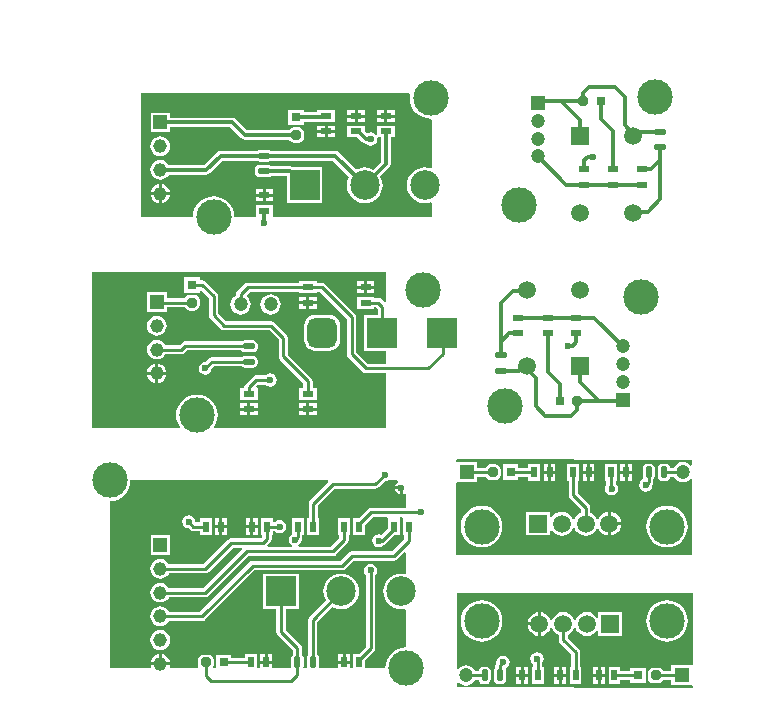
<source format=gtl>
G04*
G04 #@! TF.GenerationSoftware,Altium Limited,Altium Designer,20.1.8 (145)*
G04*
G04 Layer_Physical_Order=1*
G04 Layer_Color=255*
%FSLAX25Y25*%
%MOIN*%
G70*
G04*
G04 #@! TF.SameCoordinates,DC3DFF13-D98B-404C-8633-9541E25296ED*
G04*
G04*
G04 #@! TF.FilePolarity,Positive*
G04*
G01*
G75*
%ADD10R,0.01968X0.03740*%
%ADD11R,0.03150X0.03150*%
G04:AMPARAMS|DCode=12|XSize=31.5mil|YSize=31.5mil|CornerRadius=7.87mil|HoleSize=0mil|Usage=FLASHONLY|Rotation=180.000|XOffset=0mil|YOffset=0mil|HoleType=Round|Shape=RoundedRectangle|*
%AMROUNDEDRECTD12*
21,1,0.03150,0.01575,0,0,180.0*
21,1,0.01575,0.03150,0,0,180.0*
1,1,0.01575,-0.00787,0.00787*
1,1,0.01575,0.00787,0.00787*
1,1,0.01575,0.00787,-0.00787*
1,1,0.01575,-0.00787,-0.00787*
%
%ADD12ROUNDEDRECTD12*%
G04:AMPARAMS|DCode=13|XSize=19.68mil|YSize=37.4mil|CornerRadius=4.92mil|HoleSize=0mil|Usage=FLASHONLY|Rotation=180.000|XOffset=0mil|YOffset=0mil|HoleType=Round|Shape=RoundedRectangle|*
%AMROUNDEDRECTD13*
21,1,0.01968,0.02756,0,0,180.0*
21,1,0.00984,0.03740,0,0,180.0*
1,1,0.00984,-0.00492,0.01378*
1,1,0.00984,0.00492,0.01378*
1,1,0.00984,0.00492,-0.01378*
1,1,0.00984,-0.00492,-0.01378*
%
%ADD13ROUNDEDRECTD13*%
%ADD14C,0.01000*%
%ADD15R,0.03740X0.01968*%
G04:AMPARAMS|DCode=16|XSize=19.68mil|YSize=37.4mil|CornerRadius=4.92mil|HoleSize=0mil|Usage=FLASHONLY|Rotation=90.000|XOffset=0mil|YOffset=0mil|HoleType=Round|Shape=RoundedRectangle|*
%AMROUNDEDRECTD16*
21,1,0.01968,0.02756,0,0,90.0*
21,1,0.00984,0.03740,0,0,90.0*
1,1,0.00984,0.01378,0.00492*
1,1,0.00984,0.01378,-0.00492*
1,1,0.00984,-0.01378,-0.00492*
1,1,0.00984,-0.01378,0.00492*
%
%ADD16ROUNDEDRECTD16*%
G04:AMPARAMS|DCode=17|XSize=31.5mil|YSize=31.5mil|CornerRadius=7.87mil|HoleSize=0mil|Usage=FLASHONLY|Rotation=90.000|XOffset=0mil|YOffset=0mil|HoleType=Round|Shape=RoundedRectangle|*
%AMROUNDEDRECTD17*
21,1,0.03150,0.01575,0,0,90.0*
21,1,0.01575,0.03150,0,0,90.0*
1,1,0.01575,0.00787,0.00787*
1,1,0.01575,0.00787,-0.00787*
1,1,0.01575,-0.00787,-0.00787*
1,1,0.01575,-0.00787,0.00787*
%
%ADD17ROUNDEDRECTD17*%
%ADD18R,0.03150X0.03150*%
%ADD19C,0.01181*%
%ADD20R,0.01968X0.03543*%
%ADD21C,0.00122*%
%ADD22C,0.04724*%
%ADD23R,0.04724X0.04724*%
%ADD24C,0.05906*%
%ADD25R,0.05906X0.05906*%
%ADD26C,0.11811*%
%ADD27C,0.02362*%
%ADD28R,0.04528X0.04528*%
%ADD29C,0.04528*%
%ADD30R,0.09843X0.09843*%
%ADD31C,0.09843*%
%ADD32R,0.04724X0.04724*%
%ADD33R,0.05906X0.05906*%
G04:AMPARAMS|DCode=34|XSize=98.43mil|YSize=98.43mil|CornerRadius=24.61mil|HoleSize=0mil|Usage=FLASHONLY|Rotation=270.000|XOffset=0mil|YOffset=0mil|HoleType=Round|Shape=RoundedRectangle|*
%AMROUNDEDRECTD34*
21,1,0.09843,0.04921,0,0,270.0*
21,1,0.04921,0.09843,0,0,270.0*
1,1,0.04921,-0.02461,-0.02461*
1,1,0.04921,-0.02461,0.02461*
1,1,0.04921,0.02461,0.02461*
1,1,0.04921,0.02461,-0.02461*
%
%ADD34ROUNDEDRECTD34*%
G36*
X133650Y223516D02*
X133537Y222370D01*
X133671Y221016D01*
X134066Y219715D01*
X134707Y218515D01*
X135570Y217463D01*
X136621Y216601D01*
X137821Y215959D01*
X139123Y215564D01*
X140476Y215431D01*
X140574Y215441D01*
X140945Y215105D01*
Y199250D01*
X140445Y198889D01*
X139665Y199126D01*
X138504Y199240D01*
X137343Y199126D01*
X136227Y198787D01*
X135198Y198238D01*
X134297Y197498D01*
X133557Y196596D01*
X133007Y195567D01*
X132668Y194451D01*
X132554Y193290D01*
X132668Y192130D01*
X133007Y191013D01*
X133557Y189985D01*
X134297Y189083D01*
X135198Y188343D01*
X136227Y187793D01*
X137343Y187455D01*
X138504Y187340D01*
X139665Y187455D01*
X140445Y187691D01*
X140945Y187330D01*
Y182677D01*
X88334Y182677D01*
X87909Y183177D01*
Y186827D01*
X82169D01*
Y182858D01*
X81744Y182677D01*
X75049D01*
X75049Y182677D01*
X74916Y184031D01*
X74521Y185333D01*
X73880Y186532D01*
X73017Y187584D01*
X71965Y188447D01*
X70766Y189088D01*
X69464Y189483D01*
X68110Y189616D01*
X66756Y189483D01*
X65455Y189088D01*
X64255Y188447D01*
X63204Y187584D01*
X62341Y186532D01*
X61699Y185333D01*
X61305Y184031D01*
X61171Y182677D01*
X61171Y182677D01*
X44094D01*
Y224016D01*
X133303Y224016D01*
X133650Y223516D01*
D02*
G37*
G36*
X125571Y154464D02*
X125071Y154257D01*
X124113Y155215D01*
X123617Y155547D01*
X123031Y155663D01*
X121768D01*
Y156118D01*
X116027D01*
Y152150D01*
X121768D01*
Y152604D01*
X122398D01*
X122807Y152196D01*
Y150016D01*
X118415D01*
Y138173D01*
X125571D01*
Y133813D01*
X119531D01*
X115703Y137641D01*
Y149213D01*
X115586Y149798D01*
X115255Y150294D01*
X105215Y160333D01*
X104719Y160665D01*
X104134Y160781D01*
X102476D01*
Y161236D01*
X96736D01*
Y160781D01*
X79483D01*
X78898Y160665D01*
X78401Y160333D01*
X76084Y158016D01*
X75752Y157520D01*
X75636Y156934D01*
Y156549D01*
X75470Y156480D01*
X74767Y155941D01*
X74229Y155239D01*
X73890Y154421D01*
X73774Y153543D01*
X73890Y152666D01*
X74229Y151848D01*
X74767Y151145D01*
X75470Y150606D01*
X76288Y150268D01*
X77165Y150152D01*
X78043Y150268D01*
X78861Y150606D01*
X79563Y151145D01*
X80102Y151848D01*
X80441Y152666D01*
X80557Y153543D01*
X80441Y154421D01*
X80102Y155239D01*
X79563Y155941D01*
X79169Y156244D01*
X79136Y156743D01*
X80116Y157723D01*
X96736D01*
Y157268D01*
X102476D01*
Y157723D01*
X103500D01*
X112644Y148579D01*
Y137008D01*
X112760Y136423D01*
X113092Y135926D01*
X117816Y131202D01*
X118312Y130870D01*
X118898Y130754D01*
X125571D01*
Y112264D01*
X68543D01*
X68435Y112491D01*
X68361Y112764D01*
X68989Y113939D01*
X69384Y115241D01*
X69518Y116595D01*
X69384Y117948D01*
X68989Y119250D01*
X68348Y120450D01*
X67485Y121501D01*
X66434Y122364D01*
X65234Y123005D01*
X63932Y123400D01*
X62579Y123533D01*
X61225Y123400D01*
X59923Y123005D01*
X58724Y122364D01*
X57672Y121501D01*
X56809Y120450D01*
X56168Y119250D01*
X55773Y117948D01*
X55640Y116595D01*
X55773Y115241D01*
X56168Y113939D01*
X56796Y112764D01*
X56722Y112491D01*
X56615Y112264D01*
X27539D01*
Y164232D01*
X125571D01*
Y154464D01*
D02*
G37*
G36*
X227559Y101575D02*
Y100021D01*
X227059Y99851D01*
X226918Y100036D01*
X226215Y100575D01*
X225397Y100913D01*
X224520Y101029D01*
X223642Y100913D01*
X222824Y100575D01*
X222122Y100036D01*
X221583Y99333D01*
X221514Y99167D01*
X220290D01*
X220205Y99598D01*
X219875Y100092D01*
X219381Y100421D01*
X218799Y100537D01*
X217815D01*
X217233Y100421D01*
X216739Y100092D01*
X216409Y99598D01*
X216294Y99016D01*
Y96260D01*
X216409Y95678D01*
X216739Y95184D01*
X217233Y94854D01*
X217815Y94739D01*
X218799D01*
X219381Y94854D01*
X219875Y95184D01*
X220205Y95678D01*
X220290Y96108D01*
X221514D01*
X221583Y95942D01*
X222122Y95240D01*
X222824Y94701D01*
X223642Y94362D01*
X224520Y94247D01*
X225397Y94362D01*
X226215Y94701D01*
X226918Y95240D01*
X227059Y95424D01*
X227559Y95254D01*
Y70079D01*
X148819D01*
Y94190D01*
X149283Y94275D01*
X149319Y94276D01*
X156008D01*
Y96108D01*
X158779D01*
X159144Y95562D01*
X159736Y95167D01*
X160433Y95028D01*
X162008D01*
X162705Y95167D01*
X163296Y95562D01*
X163691Y96153D01*
X163830Y96850D01*
Y98425D01*
X163691Y99123D01*
X163296Y99714D01*
X162705Y100109D01*
X162008Y100248D01*
X160433D01*
X159736Y100109D01*
X159144Y99714D01*
X158779Y99167D01*
X156008D01*
Y101000D01*
X149319D01*
X149283Y101000D01*
X148819Y101085D01*
Y101614D01*
X149173Y101967D01*
X227559Y101575D01*
D02*
G37*
G36*
X129570Y94382D02*
X129136Y94092D01*
X128654Y93371D01*
X128584Y93020D01*
X130709D01*
Y92520D01*
X131209D01*
Y90395D01*
X131560Y90465D01*
X131783Y90615D01*
X132283Y90347D01*
Y85781D01*
X120669D01*
X120084Y85665D01*
X119588Y85333D01*
X116554Y82299D01*
X114748D01*
Y76756D01*
X118717D01*
Y80136D01*
X121303Y82723D01*
X125980D01*
X126165Y82299D01*
X126165Y82223D01*
Y78919D01*
X124094Y76848D01*
X124079Y76858D01*
X123228Y77027D01*
X122377Y76858D01*
X121656Y76376D01*
X121174Y75654D01*
X121004Y74803D01*
X121174Y73952D01*
X121656Y73231D01*
X122377Y72749D01*
X123228Y72579D01*
X124079Y72749D01*
X124801Y73231D01*
X124996Y73522D01*
X125294Y73722D01*
X128328Y76756D01*
X130134D01*
Y82223D01*
X130134Y82299D01*
X130319Y82723D01*
X131098D01*
X131283Y82299D01*
X131283D01*
Y76756D01*
X131738D01*
Y75240D01*
X127713Y71214D01*
X114173D01*
X113588Y71098D01*
X113092Y70767D01*
X110354Y68029D01*
X81139D01*
X80553Y67912D01*
X80057Y67581D01*
X63612Y51136D01*
X53293D01*
X53245Y51252D01*
X52721Y51934D01*
X52040Y52457D01*
X51246Y52786D01*
X50394Y52898D01*
X49542Y52786D01*
X48748Y52457D01*
X48066Y51934D01*
X47543Y51252D01*
X47214Y50458D01*
X47102Y49606D01*
X47214Y48754D01*
X47543Y47960D01*
X48066Y47279D01*
X48748Y46755D01*
X49542Y46426D01*
X50394Y46314D01*
X51246Y46426D01*
X52040Y46755D01*
X52721Y47279D01*
X53245Y47960D01*
X53293Y48077D01*
X64246D01*
X64831Y48193D01*
X65327Y48525D01*
X81772Y64970D01*
X110987D01*
X111573Y65086D01*
X112069Y65418D01*
X114807Y68156D01*
X128346D01*
X128932Y68272D01*
X129428Y68604D01*
X131822Y70997D01*
X132283Y70806D01*
Y64032D01*
X131898Y63702D01*
X131783Y63710D01*
X130630Y63824D01*
X129469Y63710D01*
X128353Y63371D01*
X127324Y62821D01*
X126423Y62081D01*
X125683Y61180D01*
X125133Y60151D01*
X124794Y59035D01*
X124680Y57874D01*
X124794Y56713D01*
X125133Y55597D01*
X125683Y54568D01*
X126423Y53667D01*
X127324Y52927D01*
X128353Y52377D01*
X129469Y52039D01*
X130630Y51924D01*
X131783Y52038D01*
X131898Y52046D01*
X132283Y51716D01*
Y39222D01*
X130930Y39089D01*
X129628Y38694D01*
X128428Y38053D01*
X127377Y37190D01*
X126514Y36138D01*
X125873Y34939D01*
X125478Y33637D01*
X125345Y32283D01*
X118717D01*
Y34959D01*
X121554Y37797D01*
X121885Y38293D01*
X122002Y38878D01*
Y63314D01*
X122045Y63343D01*
X122527Y64064D01*
X122696Y64915D01*
X122527Y65766D01*
X122045Y66488D01*
X121323Y66970D01*
X120472Y67139D01*
X119621Y66970D01*
X118900Y66488D01*
X118418Y65766D01*
X118249Y64915D01*
X118418Y64064D01*
X118900Y63343D01*
X118943Y63314D01*
Y39511D01*
X116554Y37122D01*
X114748D01*
Y32283D01*
X113598D01*
Y33752D01*
X111614D01*
X109630D01*
Y32283D01*
X103625D01*
X103215Y32783D01*
X103233Y32874D01*
Y35630D01*
X103117Y36212D01*
X102787Y36706D01*
X102749Y36731D01*
Y47830D01*
X107664Y52745D01*
X108353Y52377D01*
X109469Y52039D01*
X110630Y51924D01*
X111791Y52039D01*
X112907Y52377D01*
X113935Y52927D01*
X114837Y53667D01*
X115577Y54568D01*
X116127Y55597D01*
X116465Y56713D01*
X116580Y57874D01*
X116465Y59035D01*
X116127Y60151D01*
X115577Y61180D01*
X114837Y62081D01*
X113935Y62821D01*
X112907Y63371D01*
X111791Y63710D01*
X110630Y63824D01*
X109469Y63710D01*
X108353Y63371D01*
X107324Y62821D01*
X106423Y62081D01*
X105683Y61180D01*
X105133Y60151D01*
X104794Y59035D01*
X104680Y57874D01*
X104794Y56713D01*
X105133Y55597D01*
X105501Y54908D01*
X100138Y49545D01*
X99806Y49049D01*
X99690Y48464D01*
Y36731D01*
X99652Y36706D01*
X99322Y36212D01*
X99206Y35630D01*
Y32874D01*
X99215Y32827D01*
X98898Y32440D01*
X98423D01*
X98106Y32827D01*
X98115Y32874D01*
Y35630D01*
X97999Y36212D01*
X97669Y36706D01*
X97631Y36731D01*
Y38938D01*
X97514Y39523D01*
X97183Y40020D01*
X92159Y45043D01*
Y51953D01*
X96551D01*
Y63795D01*
X84709D01*
Y51953D01*
X89100D01*
Y44409D01*
X89217Y43824D01*
X89548Y43328D01*
X94572Y38304D01*
Y36731D01*
X94533Y36706D01*
X94204Y36212D01*
X94088Y35630D01*
Y32874D01*
X94106Y32783D01*
X93696Y32283D01*
X87614D01*
Y33752D01*
X85630D01*
X83646D01*
Y32283D01*
X82496D01*
Y37122D01*
X78527D01*
Y35781D01*
X74032D01*
Y36827D01*
X68882D01*
Y32283D01*
X68287D01*
X68014Y32694D01*
X68025Y32783D01*
X68161Y33465D01*
Y35039D01*
X68022Y35737D01*
X67627Y36328D01*
X67036Y36723D01*
X66339Y36862D01*
X64764D01*
X64066Y36723D01*
X63475Y36328D01*
X63080Y35737D01*
X62941Y35039D01*
Y33465D01*
X63077Y32783D01*
X63089Y32694D01*
X62816Y32283D01*
X53745D01*
X53468Y32699D01*
X53574Y32955D01*
X53620Y33307D01*
X50394D01*
X47168D01*
X47214Y32955D01*
X47320Y32699D01*
X47042Y32283D01*
X33465D01*
Y87943D01*
X34818Y88076D01*
X36120Y88471D01*
X37320Y89112D01*
X38371Y89975D01*
X39234Y91027D01*
X39875Y92226D01*
X40270Y93528D01*
X40404Y94882D01*
X106185D01*
X106392Y94382D01*
X100269Y88259D01*
X99938Y87763D01*
X99821Y87177D01*
Y82398D01*
X99366D01*
Y76657D01*
X103335D01*
Y82398D01*
X102880D01*
Y86544D01*
X108508Y92171D01*
X122047D01*
X122633Y92288D01*
X123129Y92619D01*
X125146Y94637D01*
X125197Y94627D01*
X126048Y94796D01*
X126177Y94882D01*
X129418D01*
X129570Y94382D01*
D02*
G37*
G36*
X227953Y33369D02*
X227488Y33283D01*
X227453Y33283D01*
X220764D01*
Y31451D01*
X217992D01*
X217627Y31997D01*
X217036Y32392D01*
X216339Y32531D01*
X214764D01*
X214066Y32392D01*
X213475Y31997D01*
X213080Y31406D01*
X212941Y30709D01*
Y29134D01*
X213080Y28436D01*
X213475Y27845D01*
X214066Y27450D01*
X214764Y27312D01*
X216339D01*
X217036Y27450D01*
X217627Y27845D01*
X217992Y28392D01*
X220764D01*
Y26559D01*
X227453D01*
X227488Y26559D01*
X227953Y26474D01*
Y25945D01*
X227598Y25592D01*
X149213Y25984D01*
Y27538D01*
X149713Y27708D01*
X149854Y27523D01*
X150556Y26984D01*
X151374Y26646D01*
X152252Y26530D01*
X153130Y26646D01*
X153948Y26984D01*
X154650Y27523D01*
X155189Y28226D01*
X155258Y28392D01*
X156481D01*
X156567Y27961D01*
X156897Y27468D01*
X157390Y27138D01*
X157972Y27022D01*
X158957D01*
X159539Y27138D01*
X160032Y27468D01*
X160362Y27961D01*
X160478Y28543D01*
Y31299D01*
X160362Y31881D01*
X160032Y32375D01*
X159539Y32705D01*
X158957Y32821D01*
X157972D01*
X157390Y32705D01*
X156897Y32375D01*
X156567Y31881D01*
X156481Y31451D01*
X155258D01*
X155189Y31617D01*
X154650Y32319D01*
X153948Y32858D01*
X153130Y33197D01*
X152252Y33312D01*
X151374Y33197D01*
X150556Y32858D01*
X149854Y32319D01*
X149713Y32135D01*
X149213Y32305D01*
Y57480D01*
X227953D01*
Y33369D01*
D02*
G37*
%LPC*%
G36*
X118487Y218323D02*
X116117D01*
Y216839D01*
X118487D01*
Y218323D01*
D02*
G37*
G36*
X115117D02*
X112747D01*
Y216839D01*
X115117D01*
Y218323D01*
D02*
G37*
G36*
X128461D02*
X126091D01*
Y216839D01*
X128461D01*
Y218323D01*
D02*
G37*
G36*
X125091D02*
X122720D01*
Y216839D01*
X125091D01*
Y218323D01*
D02*
G37*
G36*
X128461Y215839D02*
X126091D01*
Y214354D01*
X128461D01*
Y215839D01*
D02*
G37*
G36*
X125091D02*
X122720D01*
Y214354D01*
X125091D01*
Y215839D01*
D02*
G37*
G36*
X118487Y215839D02*
X116117D01*
Y214354D01*
X118487D01*
Y215839D01*
D02*
G37*
G36*
X115117D02*
X112747D01*
Y214354D01*
X115117D01*
Y215839D01*
D02*
G37*
G36*
X98244Y218520D02*
X93094D01*
Y213370D01*
X98244D01*
Y214520D01*
X102773D01*
Y214354D01*
X108513D01*
Y218323D01*
X102773D01*
Y217763D01*
X98244D01*
Y218520D01*
D02*
G37*
G36*
X108513Y213205D02*
X106143D01*
Y211720D01*
X108513D01*
Y213205D01*
D02*
G37*
G36*
X105143D02*
X102773D01*
Y211720D01*
X105143D01*
Y213205D01*
D02*
G37*
G36*
X128461D02*
X122720D01*
Y210123D01*
X122220Y209971D01*
X122045Y210234D01*
X121323Y210716D01*
X120472Y210885D01*
X119621Y210716D01*
X119331Y210522D01*
X118487Y211366D01*
Y213205D01*
X112747D01*
Y209236D01*
X116029D01*
X117631Y207634D01*
X118158Y207283D01*
X118778Y207159D01*
X118853D01*
X118900Y207089D01*
X119621Y206607D01*
X120472Y206438D01*
X121323Y206607D01*
X122045Y207089D01*
X122527Y207810D01*
X122696Y208662D01*
X122678Y208754D01*
X123092Y209236D01*
X123969D01*
Y201049D01*
X121385Y198465D01*
X120781Y198787D01*
X119665Y199126D01*
X118504Y199240D01*
X117343Y199126D01*
X116227Y198787D01*
X115623Y198465D01*
X109791Y204296D01*
X109265Y204648D01*
X108645Y204771D01*
X87232D01*
X86819Y205047D01*
X86237Y205163D01*
X83481D01*
X82899Y205047D01*
X82486Y204771D01*
X70472D01*
X69852Y204648D01*
X69326Y204296D01*
X65076Y200047D01*
X53255D01*
X53245Y200071D01*
X52721Y200753D01*
X52040Y201276D01*
X51246Y201605D01*
X50394Y201717D01*
X49542Y201605D01*
X48748Y201276D01*
X48066Y200753D01*
X47543Y200071D01*
X47214Y199277D01*
X47102Y198425D01*
X47214Y197573D01*
X47543Y196779D01*
X48066Y196098D01*
X48748Y195574D01*
X49542Y195246D01*
X50394Y195133D01*
X51246Y195246D01*
X52040Y195574D01*
X52721Y196098D01*
X53245Y196779D01*
X53255Y196803D01*
X65748D01*
X66369Y196927D01*
X66895Y197278D01*
X71144Y201528D01*
X82486D01*
X82899Y201252D01*
X83481Y201136D01*
X86237D01*
X86819Y201252D01*
X87232Y201528D01*
X107973D01*
X113330Y196171D01*
X113007Y195567D01*
X112668Y194451D01*
X112554Y193290D01*
X112668Y192130D01*
X113007Y191013D01*
X113557Y189985D01*
X114297Y189083D01*
X115198Y188343D01*
X116227Y187793D01*
X117343Y187455D01*
X118504Y187340D01*
X119665Y187455D01*
X120781Y187793D01*
X121809Y188343D01*
X122711Y189083D01*
X123451Y189985D01*
X124001Y191013D01*
X124339Y192130D01*
X124454Y193290D01*
X124339Y194451D01*
X124001Y195567D01*
X123678Y196171D01*
X126737Y199230D01*
X127089Y199756D01*
X127212Y200377D01*
Y209236D01*
X128461D01*
Y213205D01*
D02*
G37*
G36*
X108513Y210720D02*
X106143D01*
Y209236D01*
X108513D01*
Y210720D01*
D02*
G37*
G36*
X105143D02*
X102773D01*
Y209236D01*
X105143D01*
Y210720D01*
D02*
G37*
G36*
X53658Y217488D02*
X47130D01*
Y210961D01*
X53658D01*
Y212603D01*
X73686D01*
X77397Y208893D01*
X77923Y208541D01*
X78543Y208418D01*
X93290D01*
X93593Y207963D01*
X94184Y207568D01*
X94882Y207430D01*
X96457D01*
X97154Y207568D01*
X97745Y207963D01*
X98140Y208555D01*
X98279Y209252D01*
Y210827D01*
X98140Y211524D01*
X97745Y212116D01*
X97154Y212510D01*
X96457Y212649D01*
X94882D01*
X94184Y212510D01*
X93593Y212116D01*
X93290Y211661D01*
X79215D01*
X75505Y215371D01*
X74979Y215723D01*
X74358Y215846D01*
X53658D01*
Y217488D01*
D02*
G37*
G36*
X50394Y209615D02*
X49542Y209503D01*
X48748Y209174D01*
X48066Y208651D01*
X47543Y207969D01*
X47214Y207175D01*
X47102Y206323D01*
X47214Y205471D01*
X47543Y204677D01*
X48066Y203995D01*
X48748Y203472D01*
X49542Y203143D01*
X50394Y203031D01*
X51246Y203143D01*
X52040Y203472D01*
X52721Y203995D01*
X53245Y204677D01*
X53574Y205471D01*
X53686Y206323D01*
X53574Y207175D01*
X53245Y207969D01*
X52721Y208651D01*
X52040Y209174D01*
X51246Y209503D01*
X50394Y209615D01*
D02*
G37*
G36*
X50894Y193750D02*
Y191024D01*
X53620D01*
X53574Y191376D01*
X53245Y192170D01*
X52721Y192851D01*
X52040Y193375D01*
X51246Y193703D01*
X50894Y193750D01*
D02*
G37*
G36*
X49894D02*
X49542Y193703D01*
X48748Y193375D01*
X48066Y192851D01*
X47543Y192170D01*
X47214Y191376D01*
X47168Y191024D01*
X49894D01*
Y193750D01*
D02*
G37*
G36*
X87909Y191945D02*
X85539D01*
Y190461D01*
X87909D01*
Y191945D01*
D02*
G37*
G36*
X84539D02*
X82169D01*
Y190461D01*
X84539D01*
Y191945D01*
D02*
G37*
G36*
X87909Y189461D02*
X85539D01*
Y187976D01*
X87909D01*
Y189461D01*
D02*
G37*
G36*
X84539D02*
X82169D01*
Y187976D01*
X84539D01*
Y189461D01*
D02*
G37*
G36*
X86237Y200045D02*
X83481D01*
X82899Y199929D01*
X82406Y199599D01*
X82076Y199106D01*
X81960Y198524D01*
Y197539D01*
X82076Y196957D01*
X82406Y196464D01*
X82899Y196134D01*
X83481Y196018D01*
X86237D01*
X86819Y196134D01*
X87232Y196410D01*
X92583D01*
Y187369D01*
X104425D01*
Y199212D01*
X94859D01*
X94383Y199530D01*
X93763Y199653D01*
X87232D01*
X86819Y199929D01*
X86237Y200045D01*
D02*
G37*
G36*
X53620Y190024D02*
X50894D01*
Y187297D01*
X51246Y187344D01*
X52040Y187673D01*
X52721Y188196D01*
X53245Y188878D01*
X53574Y189672D01*
X53620Y190024D01*
D02*
G37*
G36*
X49894D02*
X47168D01*
X47214Y189672D01*
X47543Y188878D01*
X48066Y188196D01*
X48748Y187673D01*
X49542Y187344D01*
X49894Y187297D01*
Y190024D01*
D02*
G37*
G36*
X121768Y161236D02*
X119398D01*
Y159752D01*
X121768D01*
Y161236D01*
D02*
G37*
G36*
X118398D02*
X116027D01*
Y159752D01*
X118398D01*
Y161236D01*
D02*
G37*
G36*
X121768Y158752D02*
X119398D01*
Y157268D01*
X121768D01*
Y158752D01*
D02*
G37*
G36*
X118398D02*
X116027D01*
Y157268D01*
X118398D01*
Y158752D01*
D02*
G37*
G36*
X102476Y156118D02*
X100106D01*
Y154634D01*
X102476D01*
Y156118D01*
D02*
G37*
G36*
X99106D02*
X96736D01*
Y154634D01*
X99106D01*
Y156118D01*
D02*
G37*
G36*
X102476Y153634D02*
X100106D01*
Y152150D01*
X102476D01*
Y153634D01*
D02*
G37*
G36*
X99106D02*
X96736D01*
Y152150D01*
X99106D01*
Y153634D01*
D02*
G37*
G36*
X52476Y157595D02*
X45949D01*
Y151067D01*
X52476D01*
Y152604D01*
X58501D01*
X58866Y152058D01*
X59457Y151663D01*
X60154Y151524D01*
X61729D01*
X62427Y151663D01*
X63018Y152058D01*
X63413Y152649D01*
X63552Y153347D01*
Y154921D01*
X63413Y155619D01*
X63018Y156210D01*
X62427Y156605D01*
X61729Y156744D01*
X60154D01*
X59457Y156605D01*
X58866Y156210D01*
X58501Y155663D01*
X52476D01*
Y157595D01*
D02*
G37*
G36*
X87165Y156934D02*
X86288Y156819D01*
X85470Y156480D01*
X84767Y155941D01*
X84228Y155239D01*
X83890Y154421D01*
X83774Y153543D01*
X83890Y152666D01*
X84228Y151848D01*
X84767Y151145D01*
X85470Y150606D01*
X86288Y150268D01*
X87165Y150152D01*
X88043Y150268D01*
X88861Y150606D01*
X89563Y151145D01*
X90102Y151848D01*
X90441Y152666D01*
X90557Y153543D01*
X90441Y154421D01*
X90102Y155239D01*
X89563Y155941D01*
X88861Y156480D01*
X88043Y156819D01*
X87165Y156934D01*
D02*
G37*
G36*
X49213Y149721D02*
X48361Y149609D01*
X47567Y149280D01*
X46885Y148757D01*
X46362Y148075D01*
X46033Y147281D01*
X45921Y146429D01*
X46033Y145577D01*
X46362Y144783D01*
X46885Y144101D01*
X47567Y143578D01*
X48361Y143249D01*
X49213Y143137D01*
X50065Y143249D01*
X50859Y143578D01*
X51540Y144101D01*
X52064Y144783D01*
X52392Y145577D01*
X52504Y146429D01*
X52392Y147281D01*
X52064Y148075D01*
X51540Y148757D01*
X50859Y149280D01*
X50065Y149609D01*
X49213Y149721D01*
D02*
G37*
G36*
X106797Y150046D02*
X101875D01*
X100972Y149927D01*
X100130Y149578D01*
X99407Y149023D01*
X98852Y148300D01*
X98504Y147459D01*
X98385Y146555D01*
Y141634D01*
X98504Y140730D01*
X98852Y139889D01*
X99407Y139166D01*
X100130Y138611D01*
X100972Y138262D01*
X101875Y138143D01*
X106797D01*
X107700Y138262D01*
X108542Y138611D01*
X109265Y139166D01*
X109819Y139889D01*
X110168Y140730D01*
X110287Y141634D01*
Y146555D01*
X110168Y147459D01*
X109819Y148300D01*
X109265Y149023D01*
X108542Y149578D01*
X107700Y149927D01*
X106797Y150046D01*
D02*
G37*
G36*
X49213Y141823D02*
X48361Y141711D01*
X47567Y141382D01*
X46885Y140859D01*
X46362Y140178D01*
X46033Y139383D01*
X45921Y138531D01*
X46033Y137680D01*
X46362Y136885D01*
X46885Y136204D01*
X47567Y135681D01*
X48361Y135352D01*
X49213Y135240D01*
X50065Y135352D01*
X50859Y135681D01*
X51540Y136204D01*
X52064Y136885D01*
X52112Y137002D01*
X57429D01*
X58014Y137118D01*
X58511Y137450D01*
X59295Y138234D01*
X77310D01*
X77468Y137999D01*
X77961Y137669D01*
X78543Y137554D01*
X81299D01*
X81881Y137669D01*
X82375Y137999D01*
X82705Y138493D01*
X82821Y139075D01*
Y140059D01*
X82705Y140641D01*
X82375Y141135D01*
X81881Y141465D01*
X81299Y141580D01*
X78543D01*
X77961Y141465D01*
X77705Y141293D01*
X58661D01*
X58076Y141177D01*
X57580Y140845D01*
X56796Y140061D01*
X52112D01*
X52064Y140178D01*
X51540Y140859D01*
X50859Y141382D01*
X50065Y141711D01*
X49213Y141823D01*
D02*
G37*
G36*
X81299Y136462D02*
X78543D01*
X77961Y136346D01*
X77468Y136017D01*
X77442Y135978D01*
X67520D01*
X66934Y135862D01*
X66438Y135530D01*
X65405Y134497D01*
X65354Y134507D01*
X64503Y134338D01*
X63782Y133856D01*
X63300Y133134D01*
X63130Y132283D01*
X63300Y131432D01*
X63782Y130711D01*
X64503Y130229D01*
X65354Y130060D01*
X66205Y130229D01*
X66927Y130711D01*
X67409Y131432D01*
X67578Y132283D01*
X67568Y132334D01*
X68153Y132919D01*
X77442D01*
X77468Y132881D01*
X77961Y132551D01*
X78543Y132435D01*
X81299D01*
X81881Y132551D01*
X82375Y132881D01*
X82705Y133375D01*
X82821Y133957D01*
Y134941D01*
X82705Y135523D01*
X82375Y136017D01*
X81881Y136346D01*
X81299Y136462D01*
D02*
G37*
G36*
X49713Y133856D02*
Y131130D01*
X52439D01*
X52392Y131482D01*
X52064Y132276D01*
X51540Y132958D01*
X50859Y133481D01*
X50065Y133810D01*
X49713Y133856D01*
D02*
G37*
G36*
X48713D02*
X48361Y133810D01*
X47567Y133481D01*
X46885Y132958D01*
X46362Y132276D01*
X46033Y131482D01*
X45987Y131130D01*
X48713D01*
Y133856D01*
D02*
G37*
G36*
X52439Y130130D02*
X49713D01*
Y127404D01*
X50065Y127450D01*
X50859Y127779D01*
X51540Y128302D01*
X52064Y128984D01*
X52392Y129778D01*
X52439Y130130D01*
D02*
G37*
G36*
X48713D02*
X45987D01*
X46033Y129778D01*
X46362Y128984D01*
X46885Y128302D01*
X47567Y127779D01*
X48361Y127450D01*
X48713Y127404D01*
Y130130D01*
D02*
G37*
G36*
X87008Y130570D02*
X86157Y130401D01*
X85435Y129919D01*
X85407Y129876D01*
X82283D01*
X81698Y129759D01*
X81202Y129428D01*
X78840Y127066D01*
X78508Y126569D01*
X78392Y125984D01*
Y125803D01*
X77051D01*
Y121835D01*
X82791D01*
Y125803D01*
X82556D01*
X82365Y126265D01*
X82917Y126817D01*
X85407D01*
X85435Y126774D01*
X86157Y126292D01*
X87008Y126123D01*
X87859Y126292D01*
X88580Y126774D01*
X89062Y127495D01*
X89232Y128347D01*
X89062Y129198D01*
X88580Y129919D01*
X87859Y130401D01*
X87008Y130570D01*
D02*
G37*
G36*
X63517Y162614D02*
X58367D01*
Y157465D01*
X63517D01*
Y158023D01*
X64017Y158230D01*
X66581Y155666D01*
Y150000D01*
X66697Y149415D01*
X67029Y148919D01*
X70572Y145375D01*
X71068Y145044D01*
X71653Y144927D01*
X86768D01*
X89809Y141886D01*
Y136221D01*
X89926Y135635D01*
X90257Y135139D01*
X98077Y127319D01*
Y125803D01*
X96736D01*
Y121835D01*
X102476D01*
Y125803D01*
X101136D01*
Y127953D01*
X101019Y128538D01*
X100688Y129034D01*
X92868Y136854D01*
Y142520D01*
X92751Y143105D01*
X92420Y143601D01*
X88483Y147538D01*
X87987Y147870D01*
X87402Y147986D01*
X72287D01*
X69640Y150634D01*
Y156299D01*
X69523Y156885D01*
X69192Y157381D01*
X65452Y161121D01*
X64955Y161452D01*
X64370Y161569D01*
X63517D01*
Y162614D01*
D02*
G37*
G36*
X102476Y120685D02*
X100106D01*
Y119201D01*
X102476D01*
Y120685D01*
D02*
G37*
G36*
X99106D02*
X96736D01*
Y119201D01*
X99106D01*
Y120685D01*
D02*
G37*
G36*
X82791Y120685D02*
X80421D01*
Y119201D01*
X82791D01*
Y120685D01*
D02*
G37*
G36*
X79421D02*
X77051D01*
Y119201D01*
X79421D01*
Y120685D01*
D02*
G37*
G36*
X102476Y118201D02*
X100106D01*
Y116717D01*
X102476D01*
Y118201D01*
D02*
G37*
G36*
X99106D02*
X96736D01*
Y116717D01*
X99106D01*
Y118201D01*
D02*
G37*
G36*
X82791Y118201D02*
X80421D01*
Y116717D01*
X82791D01*
Y118201D01*
D02*
G37*
G36*
X79421D02*
X77051D01*
Y116717D01*
X79421D01*
Y118201D01*
D02*
G37*
G36*
X176984Y100508D02*
X173016D01*
Y99167D01*
X169701D01*
Y100213D01*
X164551D01*
Y95063D01*
X169701D01*
Y96108D01*
X173016D01*
Y94768D01*
X176984D01*
Y100508D01*
D02*
G37*
G36*
X207693D02*
X206209D01*
Y98138D01*
X207693D01*
Y100508D01*
D02*
G37*
G36*
X205209D02*
X203724D01*
Y98138D01*
X205209D01*
Y100508D01*
D02*
G37*
G36*
X195094D02*
X193610D01*
Y98138D01*
X195094D01*
Y100508D01*
D02*
G37*
G36*
X192610D02*
X191126D01*
Y98138D01*
X192610D01*
Y100508D01*
D02*
G37*
G36*
X182102D02*
X180618D01*
Y98138D01*
X182102D01*
Y100508D01*
D02*
G37*
G36*
X179618D02*
X178134D01*
Y98138D01*
X179618D01*
Y100508D01*
D02*
G37*
G36*
X207693Y97138D02*
X206209D01*
Y94768D01*
X207693D01*
Y97138D01*
D02*
G37*
G36*
X205209D02*
X203724D01*
Y94768D01*
X205209D01*
Y97138D01*
D02*
G37*
G36*
X195094D02*
X193610D01*
Y94768D01*
X195094D01*
Y97138D01*
D02*
G37*
G36*
X192610D02*
X191126D01*
Y94768D01*
X192610D01*
Y97138D01*
D02*
G37*
G36*
X182102D02*
X180618D01*
Y94768D01*
X182102D01*
Y97138D01*
D02*
G37*
G36*
X179618D02*
X178134D01*
Y94768D01*
X179618D01*
Y97138D01*
D02*
G37*
G36*
X213681Y100537D02*
X212697D01*
X212115Y100421D01*
X211621Y100092D01*
X211291Y99598D01*
X211175Y99016D01*
Y96260D01*
X211257Y95852D01*
X211291Y95677D01*
X211041Y95152D01*
X210632Y94880D01*
X210150Y94158D01*
X209981Y93307D01*
X210150Y92456D01*
X210632Y91735D01*
X211354Y91252D01*
X212205Y91083D01*
X213056Y91252D01*
X213777Y91735D01*
X214259Y92456D01*
X214428Y93307D01*
X214407Y93414D01*
X214602Y93706D01*
X214718Y94291D01*
Y95158D01*
X214757Y95184D01*
X215087Y95678D01*
X215202Y96260D01*
Y99016D01*
X215087Y99598D01*
X214757Y100092D01*
X214263Y100421D01*
X213681Y100537D01*
D02*
G37*
G36*
X202575Y100508D02*
X198606D01*
Y94768D01*
X199061D01*
Y93468D01*
X198733Y92977D01*
X198564Y92126D01*
X198733Y91275D01*
X199215Y90553D01*
X199936Y90071D01*
X200787Y89902D01*
X201638Y90071D01*
X202360Y90553D01*
X202842Y91275D01*
X203011Y92126D01*
X202842Y92977D01*
X202360Y93699D01*
X202120Y93859D01*
Y94768D01*
X202575D01*
Y100508D01*
D02*
G37*
G36*
X189976D02*
X186008D01*
Y94768D01*
X186463D01*
Y89961D01*
X186579Y89375D01*
X186911Y88879D01*
X190597Y85193D01*
Y84157D01*
X190132Y83965D01*
X189307Y83331D01*
X188673Y82505D01*
X188460Y81989D01*
X187918D01*
X187705Y82505D01*
X187071Y83331D01*
X186245Y83965D01*
X185284Y84363D01*
X184252Y84499D01*
X183220Y84363D01*
X182258Y83965D01*
X181433Y83331D01*
X180831Y82546D01*
X180775Y82546D01*
X180331Y82881D01*
Y84465D01*
X172425D01*
Y76559D01*
X180331D01*
Y78143D01*
X180775Y78478D01*
X180831Y78477D01*
X181433Y77693D01*
X182258Y77059D01*
X183220Y76661D01*
X184252Y76525D01*
X185284Y76661D01*
X186245Y77059D01*
X187071Y77693D01*
X187705Y78518D01*
X187918Y79034D01*
X188460D01*
X188673Y78518D01*
X189307Y77693D01*
X190132Y77059D01*
X191094Y76661D01*
X192126Y76525D01*
X193158Y76661D01*
X194119Y77059D01*
X194945Y77693D01*
X195579Y78518D01*
X195792Y79034D01*
X196334D01*
X196547Y78518D01*
X197181Y77693D01*
X198006Y77059D01*
X198968Y76661D01*
X199500Y76591D01*
Y80512D01*
Y84433D01*
X198968Y84363D01*
X198006Y83965D01*
X197181Y83331D01*
X196547Y82505D01*
X196334Y81989D01*
X195792D01*
X195579Y82505D01*
X194945Y83331D01*
X194119Y83965D01*
X193655Y84157D01*
Y85827D01*
X193539Y86412D01*
X193207Y86908D01*
X189522Y90594D01*
Y94768D01*
X189976D01*
Y100508D01*
D02*
G37*
G36*
X200500Y84433D02*
Y81012D01*
X203921D01*
X203851Y81544D01*
X203453Y82505D01*
X202819Y83331D01*
X201993Y83965D01*
X201032Y84363D01*
X200500Y84433D01*
D02*
G37*
G36*
X203921Y80012D02*
X200500D01*
Y76591D01*
X201032Y76661D01*
X201993Y77059D01*
X202819Y77693D01*
X203453Y78518D01*
X203851Y79480D01*
X203921Y80012D01*
D02*
G37*
G36*
X219291Y86466D02*
X217938Y86333D01*
X216636Y85938D01*
X215436Y85297D01*
X214385Y84434D01*
X213522Y83383D01*
X212881Y82183D01*
X212486Y80881D01*
X212352Y79527D01*
X212486Y78174D01*
X212881Y76872D01*
X213522Y75673D01*
X214385Y74621D01*
X215436Y73758D01*
X216636Y73117D01*
X217938Y72722D01*
X219291Y72589D01*
X220645Y72722D01*
X221947Y73117D01*
X223146Y73758D01*
X224198Y74621D01*
X225061Y75673D01*
X225702Y76872D01*
X226097Y78174D01*
X226230Y79527D01*
X226097Y80881D01*
X225702Y82183D01*
X225061Y83383D01*
X224198Y84434D01*
X223146Y85297D01*
X221947Y85938D01*
X220645Y86333D01*
X219291Y86466D01*
D02*
G37*
G36*
X157480D02*
X156126Y86333D01*
X154825Y85938D01*
X153625Y85297D01*
X152574Y84434D01*
X151711Y83383D01*
X151069Y82183D01*
X150675Y80881D01*
X150541Y79527D01*
X150675Y78174D01*
X151069Y76872D01*
X151711Y75673D01*
X152574Y74621D01*
X153625Y73758D01*
X154825Y73117D01*
X156126Y72722D01*
X157480Y72589D01*
X158834Y72722D01*
X160136Y73117D01*
X161335Y73758D01*
X162387Y74621D01*
X163250Y75673D01*
X163891Y76872D01*
X164286Y78174D01*
X164419Y79527D01*
X164286Y80881D01*
X163891Y82183D01*
X163250Y83383D01*
X162387Y84434D01*
X161335Y85297D01*
X160136Y85938D01*
X158834Y86333D01*
X157480Y86466D01*
D02*
G37*
G36*
X130209Y92020D02*
X128584D01*
X128654Y91669D01*
X129136Y90947D01*
X129858Y90465D01*
X130209Y90395D01*
Y92020D01*
D02*
G37*
G36*
X82835Y82398D02*
X81351D01*
Y80028D01*
X82835D01*
Y82398D01*
D02*
G37*
G36*
X80351D02*
X78867D01*
Y80028D01*
X80351D01*
Y82398D01*
D02*
G37*
G36*
X72572D02*
X71088D01*
Y80028D01*
X72572D01*
Y82398D01*
D02*
G37*
G36*
X70088D02*
X68603D01*
Y80028D01*
X70088D01*
Y82398D01*
D02*
G37*
G36*
X98217D02*
X94248D01*
Y77071D01*
X93788Y76763D01*
X93306Y76042D01*
X93137Y75191D01*
X93306Y74340D01*
X93788Y73618D01*
X94280Y73289D01*
X94129Y72789D01*
X86289D01*
X86082Y73289D01*
X87051Y74258D01*
X87382Y74754D01*
X87498Y75339D01*
Y76657D01*
X87953D01*
Y77998D01*
X88556D01*
X88585Y77955D01*
X89306Y77473D01*
X90158Y77304D01*
X91009Y77473D01*
X91730Y77955D01*
X92212Y78676D01*
X92381Y79528D01*
X92212Y80379D01*
X91730Y81100D01*
X91009Y81582D01*
X90158Y81751D01*
X89306Y81582D01*
X88585Y81100D01*
X88556Y81057D01*
X87953D01*
Y82398D01*
X83985D01*
Y76657D01*
X84440D01*
Y75973D01*
X84012Y75545D01*
X74016D01*
X73430Y75429D01*
X72934Y75097D01*
X64772Y66935D01*
X53293D01*
X53245Y67052D01*
X52721Y67733D01*
X52040Y68256D01*
X51246Y68585D01*
X50394Y68698D01*
X49542Y68585D01*
X48748Y68256D01*
X48066Y67733D01*
X47543Y67052D01*
X47214Y66258D01*
X47102Y65405D01*
X47214Y64553D01*
X47543Y63760D01*
X48066Y63078D01*
X48748Y62555D01*
X49542Y62226D01*
X50394Y62114D01*
X51246Y62226D01*
X52040Y62555D01*
X52721Y63078D01*
X53245Y63760D01*
X53293Y63876D01*
X65405D01*
X65991Y63993D01*
X66487Y64324D01*
X74649Y72486D01*
X77490D01*
X77697Y71986D01*
X64748Y59037D01*
X53293D01*
X53245Y59154D01*
X52721Y59836D01*
X52040Y60359D01*
X51246Y60688D01*
X50394Y60800D01*
X49542Y60688D01*
X48748Y60359D01*
X48066Y59836D01*
X47543Y59154D01*
X47214Y58360D01*
X47102Y57508D01*
X47214Y56656D01*
X47543Y55862D01*
X48066Y55180D01*
X48748Y54657D01*
X49542Y54328D01*
X50394Y54216D01*
X51246Y54328D01*
X52040Y54657D01*
X52721Y55180D01*
X53245Y55862D01*
X53293Y55979D01*
X65382D01*
X65967Y56095D01*
X66463Y56426D01*
X79767Y69731D01*
X107874D01*
X108459Y69847D01*
X108955Y70178D01*
X112696Y73919D01*
X113027Y74415D01*
X113144Y75000D01*
Y76756D01*
X113598D01*
Y82299D01*
X109630D01*
Y76756D01*
X110085D01*
Y75634D01*
X107240Y72789D01*
X96592D01*
X96440Y73289D01*
X96933Y73618D01*
X97415Y74340D01*
X97584Y75191D01*
X97554Y75341D01*
X97646Y75478D01*
X97762Y76063D01*
Y76657D01*
X98217D01*
Y82398D01*
D02*
G37*
G36*
X82835Y79028D02*
X81351D01*
Y76657D01*
X82835D01*
Y79028D01*
D02*
G37*
G36*
X80351D02*
X78867D01*
Y76657D01*
X80351D01*
Y79028D01*
D02*
G37*
G36*
X72572D02*
X71088D01*
Y76657D01*
X72572D01*
Y79028D01*
D02*
G37*
G36*
X70088D02*
X68603D01*
Y76657D01*
X70088D01*
Y79028D01*
D02*
G37*
G36*
X59842Y83326D02*
X58991Y83157D01*
X58270Y82675D01*
X57788Y81953D01*
X57619Y81102D01*
X57788Y80251D01*
X58270Y79530D01*
X58991Y79048D01*
X59842Y78878D01*
X59893Y78889D01*
X60336Y78446D01*
X60832Y78115D01*
X61417Y77998D01*
X63485D01*
Y76657D01*
X67454D01*
Y82398D01*
X63485D01*
Y81057D01*
X62104D01*
X62066Y81102D01*
X61897Y81953D01*
X61415Y82675D01*
X60694Y83157D01*
X59842Y83326D01*
D02*
G37*
G36*
X53658Y76571D02*
X47130D01*
Y70043D01*
X53658D01*
Y76571D01*
D02*
G37*
G36*
X50394Y45001D02*
X49542Y44888D01*
X48748Y44560D01*
X48066Y44036D01*
X47543Y43355D01*
X47214Y42561D01*
X47102Y41709D01*
X47214Y40857D01*
X47543Y40063D01*
X48066Y39381D01*
X48748Y38858D01*
X49542Y38529D01*
X50394Y38417D01*
X51246Y38529D01*
X52040Y38858D01*
X52721Y39381D01*
X53245Y40063D01*
X53574Y40857D01*
X53686Y41709D01*
X53574Y42561D01*
X53245Y43355D01*
X52721Y44036D01*
X52040Y44560D01*
X51246Y44888D01*
X50394Y45001D01*
D02*
G37*
G36*
X113598Y37122D02*
X112114D01*
Y34752D01*
X113598D01*
Y37122D01*
D02*
G37*
G36*
X111114D02*
X109630D01*
Y34752D01*
X111114D01*
Y37122D01*
D02*
G37*
G36*
X87614Y37122D02*
X86130D01*
Y34752D01*
X87614D01*
Y37122D01*
D02*
G37*
G36*
X85130D02*
X83646D01*
Y34752D01*
X85130D01*
Y37122D01*
D02*
G37*
G36*
X50894Y37033D02*
Y34307D01*
X53620D01*
X53574Y34659D01*
X53245Y35453D01*
X52721Y36135D01*
X52040Y36658D01*
X51246Y36987D01*
X50894Y37033D01*
D02*
G37*
G36*
X49894D02*
X49542Y36987D01*
X48748Y36658D01*
X48066Y36135D01*
X47543Y35453D01*
X47214Y34659D01*
X47168Y34307D01*
X49894D01*
Y37033D01*
D02*
G37*
G36*
X192520Y51034D02*
X191488Y50898D01*
X190526Y50500D01*
X189700Y49866D01*
X189067Y49041D01*
X188853Y48525D01*
X188312D01*
X188098Y49041D01*
X187465Y49866D01*
X186639Y50500D01*
X185678Y50898D01*
X184646Y51034D01*
X183614Y50898D01*
X182652Y50500D01*
X181826Y49866D01*
X181193Y49041D01*
X180979Y48525D01*
X180438D01*
X180224Y49041D01*
X179591Y49866D01*
X178765Y50500D01*
X177804Y50898D01*
X177272Y50968D01*
Y47047D01*
Y43126D01*
X177804Y43196D01*
X178765Y43595D01*
X179591Y44228D01*
X180224Y45054D01*
X180438Y45570D01*
X180979D01*
X181193Y45054D01*
X181826Y44228D01*
X182652Y43595D01*
X183116Y43402D01*
Y41732D01*
X183233Y41147D01*
X183564Y40651D01*
X187250Y36965D01*
Y32791D01*
X186795D01*
Y27051D01*
X190764D01*
Y32791D01*
X190309D01*
Y37598D01*
X190192Y38184D01*
X189861Y38680D01*
X186175Y42366D01*
Y43402D01*
X186639Y43595D01*
X187465Y44228D01*
X188098Y45054D01*
X188312Y45570D01*
X188853D01*
X189067Y45054D01*
X189700Y44228D01*
X190526Y43595D01*
X191488Y43196D01*
X192520Y43060D01*
X193552Y43196D01*
X194513Y43595D01*
X195339Y44228D01*
X195941Y45013D01*
X195997Y45013D01*
X196441Y44678D01*
Y43095D01*
X204346D01*
Y51000D01*
X196441D01*
Y49417D01*
X195997Y49081D01*
X195941Y49082D01*
X195339Y49866D01*
X194513Y50500D01*
X193552Y50898D01*
X192520Y51034D01*
D02*
G37*
G36*
X176272Y50968D02*
X175740Y50898D01*
X174778Y50500D01*
X173952Y49866D01*
X173319Y49041D01*
X172921Y48079D01*
X172851Y47547D01*
X176272D01*
Y50968D01*
D02*
G37*
G36*
Y46547D02*
X172851D01*
X172921Y46015D01*
X173319Y45054D01*
X173952Y44228D01*
X174778Y43595D01*
X175740Y43196D01*
X176272Y43126D01*
Y46547D01*
D02*
G37*
G36*
X219291Y54971D02*
X217938Y54837D01*
X216636Y54442D01*
X215436Y53801D01*
X214385Y52938D01*
X213522Y51887D01*
X212881Y50687D01*
X212486Y49385D01*
X212352Y48031D01*
X212486Y46678D01*
X212881Y45376D01*
X213522Y44177D01*
X214385Y43125D01*
X215436Y42262D01*
X216636Y41621D01*
X217938Y41226D01*
X219291Y41093D01*
X220645Y41226D01*
X221947Y41621D01*
X223146Y42262D01*
X224198Y43125D01*
X225061Y44177D01*
X225702Y45376D01*
X226097Y46678D01*
X226230Y48031D01*
X226097Y49385D01*
X225702Y50687D01*
X225061Y51887D01*
X224198Y52938D01*
X223146Y53801D01*
X221947Y54442D01*
X220645Y54837D01*
X219291Y54971D01*
D02*
G37*
G36*
X157480D02*
X156127Y54837D01*
X154825Y54442D01*
X153625Y53801D01*
X152574Y52938D01*
X151711Y51887D01*
X151070Y50687D01*
X150675Y49385D01*
X150541Y48031D01*
X150675Y46678D01*
X151070Y45376D01*
X151711Y44177D01*
X152574Y43125D01*
X153625Y42262D01*
X154825Y41621D01*
X156127Y41226D01*
X157480Y41093D01*
X158834Y41226D01*
X160136Y41621D01*
X161335Y42262D01*
X162387Y43125D01*
X163250Y44177D01*
X163891Y45376D01*
X164286Y46678D01*
X164419Y48031D01*
X164286Y49385D01*
X163891Y50687D01*
X163250Y51887D01*
X162387Y52938D01*
X161335Y53801D01*
X160136Y54442D01*
X158834Y54837D01*
X157480Y54971D01*
D02*
G37*
G36*
X198638Y32791D02*
X197154D01*
Y30421D01*
X198638D01*
Y32791D01*
D02*
G37*
G36*
X196154D02*
X194669D01*
Y30421D01*
X196154D01*
Y32791D01*
D02*
G37*
G36*
X185646D02*
X184161D01*
Y30421D01*
X185646D01*
Y32791D01*
D02*
G37*
G36*
X183161D02*
X181677D01*
Y30421D01*
X183161D01*
Y32791D01*
D02*
G37*
G36*
X173047D02*
X171563D01*
Y30421D01*
X173047D01*
Y32791D01*
D02*
G37*
G36*
X170563D02*
X169079D01*
Y30421D01*
X170563D01*
Y32791D01*
D02*
G37*
G36*
X203756D02*
X199787D01*
Y27051D01*
X203756D01*
Y28392D01*
X207071D01*
Y27347D01*
X212221D01*
Y32496D01*
X207071D01*
Y31451D01*
X203756D01*
Y32791D01*
D02*
G37*
G36*
X198638Y29421D02*
X197154D01*
Y27051D01*
X198638D01*
Y29421D01*
D02*
G37*
G36*
X196154D02*
X194669D01*
Y27051D01*
X196154D01*
Y29421D01*
D02*
G37*
G36*
X185646D02*
X184161D01*
Y27051D01*
X185646D01*
Y29421D01*
D02*
G37*
G36*
X183161D02*
X181677D01*
Y27051D01*
X183161D01*
Y29421D01*
D02*
G37*
G36*
X175984Y37657D02*
X175133Y37488D01*
X174412Y37006D01*
X173930Y36284D01*
X173760Y35433D01*
X173930Y34582D01*
X174412Y33861D01*
X174652Y33700D01*
Y32791D01*
X174197D01*
Y27051D01*
X178165D01*
Y32791D01*
X177710D01*
Y34091D01*
X178039Y34582D01*
X178208Y35433D01*
X178039Y36284D01*
X177557Y37006D01*
X176835Y37488D01*
X175984Y37657D01*
D02*
G37*
G36*
X173047Y29421D02*
X171563D01*
Y27051D01*
X173047D01*
Y29421D01*
D02*
G37*
G36*
X170563D02*
X169079D01*
Y27051D01*
X170563D01*
Y29421D01*
D02*
G37*
G36*
X164567Y36476D02*
X163716Y36307D01*
X162995Y35824D01*
X162512Y35103D01*
X162343Y34252D01*
X162364Y34144D01*
X162170Y33853D01*
X162053Y33268D01*
Y32401D01*
X162015Y32375D01*
X161685Y31881D01*
X161569Y31299D01*
Y28543D01*
X161685Y27961D01*
X162015Y27468D01*
X162508Y27138D01*
X163091Y27022D01*
X164075D01*
X164657Y27138D01*
X165151Y27468D01*
X165480Y27961D01*
X165596Y28543D01*
Y31299D01*
X165515Y31707D01*
X165480Y31882D01*
X165731Y32406D01*
X166139Y32680D01*
X166621Y33401D01*
X166791Y34252D01*
X166621Y35103D01*
X166139Y35824D01*
X165418Y36307D01*
X164567Y36476D01*
D02*
G37*
%LPD*%
D10*
X188779Y29921D02*
D03*
X183661D02*
D03*
X201772D02*
D03*
X196654D02*
D03*
X176181D02*
D03*
X171063D02*
D03*
X187992Y97638D02*
D03*
X193110D02*
D03*
X175000D02*
D03*
X180118D02*
D03*
X200590D02*
D03*
X205709D02*
D03*
X70588Y79528D02*
D03*
X65469D02*
D03*
X111614Y34252D02*
D03*
X116732D02*
D03*
X101351Y79528D02*
D03*
X96233D02*
D03*
X85969D02*
D03*
X80851D02*
D03*
X80512Y34252D02*
D03*
X85630D02*
D03*
D11*
X209646Y29921D02*
D03*
X167126Y97638D02*
D03*
X197244Y221260D02*
D03*
X183465Y121260D02*
D03*
X71457Y34252D02*
D03*
D12*
X215551Y29921D02*
D03*
X161220Y97638D02*
D03*
X191339Y221260D02*
D03*
X189370Y121260D02*
D03*
X65551Y34252D02*
D03*
D13*
X158465Y29921D02*
D03*
X163583D02*
D03*
X218307Y97638D02*
D03*
X213189D02*
D03*
X101219Y34252D02*
D03*
X96101D02*
D03*
D14*
X188779Y37598D02*
Y29921D01*
X184646Y41732D02*
X188779Y37598D01*
X184646Y47047D02*
Y41732D01*
X176378Y35433D02*
X176181Y35236D01*
Y29921D01*
X163583Y33268D02*
Y29921D01*
X164567Y34252D02*
X163583Y33268D01*
X201772Y29921D02*
X209646D01*
X152252D02*
X158465D01*
X215551D02*
X224126D01*
X187992Y89961D02*
Y97638D01*
X192126Y85827D02*
X187992Y89961D01*
X192126Y80512D02*
Y85827D01*
X200394Y92126D02*
X200590Y92323D01*
Y97638D01*
X213189Y94291D02*
Y97638D01*
X212205Y93307D02*
X213189Y94291D01*
X175000Y97638D02*
X167126D01*
X224520D02*
X218307D01*
X161220D02*
X152646D01*
X122047Y93701D02*
X125197Y96850D01*
X123228Y74803D02*
X124213D01*
X128150Y78740D01*
X110987Y66499D02*
X114173Y69685D01*
X128346D02*
X133268Y74606D01*
X114173Y69685D02*
X128346D01*
X111614Y75000D02*
Y79528D01*
X79134Y71260D02*
X107874D01*
X111614Y75000D01*
X64246Y49606D02*
X81139Y66499D01*
X110987D01*
X90630Y44409D02*
X96101Y38938D01*
Y34252D02*
Y38938D01*
X90630Y44409D02*
Y57874D01*
X65382Y57508D02*
X79134Y71260D01*
X74016Y74016D02*
X84646D01*
X85969Y75339D01*
X65405Y65405D02*
X74016Y74016D01*
X95360Y75191D02*
X96233Y76063D01*
X120472Y38878D02*
Y64915D01*
X116732Y34252D02*
Y35138D01*
X120472Y38878D01*
X133268Y74606D02*
Y79134D01*
X116732Y80315D02*
X120669Y84252D01*
X137402D01*
X116732Y79528D02*
Y80315D01*
X101351Y79528D02*
Y87177D01*
X107874Y93701D02*
X122047D01*
X101351Y87177D02*
X107874Y93701D01*
X85969Y79528D02*
X90158D01*
X128150Y78740D02*
Y79528D01*
X65551Y29724D02*
X67323Y27953D01*
X96063Y29921D02*
Y34214D01*
X67323Y27953D02*
X94095D01*
X96063Y29921D01*
Y34214D02*
X96101Y34252D01*
X65551Y29724D02*
Y34252D01*
X79801D02*
X79801Y34252D01*
X71457Y34252D02*
X79801D01*
X96233Y76063D02*
Y79528D01*
X59842Y81102D02*
X61417Y79528D01*
X65469D01*
X101219Y34252D02*
Y48464D01*
X110630Y57874D01*
X50394Y65405D02*
X65405D01*
X85969Y75339D02*
Y79528D01*
X50394Y57508D02*
X65382D01*
X50394Y49606D02*
X64246D01*
X49213Y138531D02*
X57429D01*
X49213Y154331D02*
X49409Y154134D01*
X60942D01*
X57429Y138531D02*
X58661Y139764D01*
X79724D02*
X79921Y139567D01*
X58661Y139764D02*
X79724D01*
X79921Y123819D02*
Y125984D01*
X82283Y128347D02*
X87008D01*
X79921Y125984D02*
X82283Y128347D01*
X118898Y132283D02*
X139764D01*
X144488Y137008D01*
X144336Y144095D02*
X144488Y143942D01*
Y137008D02*
Y143942D01*
X114173Y137008D02*
X118898Y132283D01*
X114173Y137008D02*
Y149213D01*
X99606Y159252D02*
X104134D01*
X114173Y149213D01*
X67520Y134449D02*
X79921D01*
X65354Y132283D02*
X67520Y134449D01*
X99606Y123819D02*
Y127953D01*
X91339Y136221D02*
Y142520D01*
Y136221D02*
X99606Y127953D01*
X71653Y146457D02*
X87402D01*
X91339Y142520D01*
X68110Y150000D02*
X71653Y146457D01*
X68110Y150000D02*
Y156299D01*
X60630Y160039D02*
X64370D01*
X68110Y156299D01*
X118898Y154134D02*
X123031D01*
X124336Y152829D01*
Y144095D02*
Y152829D01*
X77165Y153543D02*
Y156934D01*
X79483Y159252D02*
X99606D01*
X77165Y156934D02*
X79483Y159252D01*
D15*
X115617Y211221D02*
D03*
Y216339D02*
D03*
X125591Y211221D02*
D03*
Y216339D02*
D03*
X105643D02*
D03*
Y211221D02*
D03*
X85039Y189961D02*
D03*
Y184843D02*
D03*
X191732Y193504D02*
D03*
Y198622D02*
D03*
X201181Y198622D02*
D03*
Y193504D02*
D03*
X211024Y198622D02*
D03*
Y193504D02*
D03*
X188976Y149016D02*
D03*
Y143898D02*
D03*
X179527Y143898D02*
D03*
Y149016D02*
D03*
X169685Y143898D02*
D03*
Y149016D02*
D03*
X99606Y159252D02*
D03*
Y154134D02*
D03*
X118898Y159252D02*
D03*
Y154134D02*
D03*
X79921Y118701D02*
D03*
Y123819D02*
D03*
X99606Y123819D02*
D03*
Y118701D02*
D03*
D16*
X84859Y198031D02*
D03*
Y203150D02*
D03*
X216929Y205922D02*
D03*
Y211040D02*
D03*
X163779Y136597D02*
D03*
Y131479D02*
D03*
X79921Y134449D02*
D03*
Y139567D02*
D03*
D17*
X95669Y210039D02*
D03*
X60942Y154134D02*
D03*
D18*
X95669Y215945D02*
D03*
X60942Y160039D02*
D03*
D19*
X78543Y210039D02*
X95669D01*
X74358Y214224D02*
X78543Y210039D01*
X50394Y214224D02*
X74358D01*
X70472Y203150D02*
X84859D01*
X50394Y198425D02*
X65748D01*
X70472Y203150D01*
X115617Y211221D02*
X116503D01*
X116896Y210827D01*
Y210663D02*
Y210827D01*
Y210663D02*
X118778Y208781D01*
X120353D01*
X120472Y208662D01*
X85039Y180709D02*
Y184843D01*
X84859Y198031D02*
X93763D01*
X98504Y193290D01*
X125591Y200377D02*
Y211221D01*
X118504Y193290D02*
X125591Y200377D01*
X84859Y203150D02*
X108645D01*
X118504Y193290D01*
X104921Y216142D02*
X105118Y216339D01*
X95866Y216142D02*
X104921D01*
X95669Y215945D02*
X95866Y216142D01*
X192913Y202756D02*
X194488D01*
X191732Y201575D02*
X192913Y202756D01*
X191732Y198622D02*
Y201575D01*
X191339Y221260D02*
Y224016D01*
X193307Y225984D01*
X201969D01*
X205118Y222835D01*
X208071Y209646D02*
Y210421D01*
X205118Y213374D02*
X208071Y210421D01*
X205118Y213374D02*
Y222835D01*
X216929Y188583D02*
Y201575D01*
X212795Y184449D02*
X216929Y188583D01*
X208071Y184055D02*
X208465Y184449D01*
X212795D01*
X210744Y211040D02*
X216929D01*
X209349Y209646D02*
X210744Y211040D01*
X208071Y209646D02*
X209349D01*
X184047Y221260D02*
X191339D01*
X176755D02*
X184047D01*
X190354Y209646D02*
Y214952D01*
X184047Y221260D02*
X190354Y214952D01*
X176164Y202953D02*
X185613Y193504D01*
X191732D01*
X176164Y220669D02*
X176755Y221260D01*
X197244Y215354D02*
Y221260D01*
X201181Y198622D02*
Y211417D01*
X197244Y215354D02*
X201181Y211417D01*
X211024Y198622D02*
X213976D01*
X216929Y201575D01*
Y205922D01*
X201181Y193504D02*
X211024D01*
X211024Y193504D01*
X191732D02*
X191732Y193504D01*
X201181D01*
X187795Y139764D02*
X186220D01*
X188976Y140945D02*
X187795Y139764D01*
X188976Y143898D02*
Y140945D01*
X189370Y121260D02*
Y118504D01*
X187401Y116535D01*
X178740D01*
X175591Y119685D01*
X172638Y132874D02*
Y132098D01*
X175591Y129145D02*
X172638Y132098D01*
X175591Y129145D02*
Y119685D01*
X163779Y153937D02*
Y140945D01*
X167913Y158071D02*
X163779Y153937D01*
X172638Y158465D02*
X172244Y158071D01*
X167913D01*
X169965Y131479D02*
X163779D01*
X171359Y132874D02*
X169965Y131479D01*
X172638Y132874D02*
X171359D01*
X196662Y121260D02*
X189370D01*
X203954D02*
X196662D01*
X190354Y132874D02*
Y127567D01*
X196662Y121260D02*
X190354Y127567D01*
X204544Y139567D02*
X195095Y149016D01*
X188976D01*
X204544Y121850D02*
X203954Y121260D01*
X183465Y127165D02*
Y121260D01*
X179527Y143898D02*
Y131102D01*
X183465Y127165D02*
X179527Y131102D01*
X169685Y143898D02*
X166732D01*
X163779Y140945D01*
Y136597D01*
X179527Y149016D02*
X169685D01*
X169685Y149016D01*
X188976D02*
X188976Y149016D01*
X179527D01*
X87165Y153543D02*
X87402Y153307D01*
D20*
X111614Y79528D02*
D03*
X116732D02*
D03*
X133268D02*
D03*
X128150D02*
D03*
D21*
X24016Y241339D02*
D03*
Y237402D02*
D03*
Y245276D02*
D03*
Y249213D02*
D03*
X240945Y22835D02*
D03*
X237008D02*
D03*
X244882D02*
D03*
X248819D02*
D03*
X7087Y22441D02*
D03*
X3150D02*
D03*
X11024D02*
D03*
X14961D02*
D03*
X192126Y67716D02*
D03*
X188189D02*
D03*
X180315D02*
D03*
X184252D02*
D03*
X192126Y59842D02*
D03*
X188189D02*
D03*
X180315D02*
D03*
X184252D02*
D03*
X192126Y22441D02*
D03*
X196063D02*
D03*
X188189D02*
D03*
X184252D02*
D03*
X231102Y47638D02*
D03*
Y43701D02*
D03*
Y35827D02*
D03*
Y39764D02*
D03*
Y82284D02*
D03*
Y78347D02*
D03*
Y86221D02*
D03*
Y90158D02*
D03*
X146063Y59449D02*
D03*
Y55512D02*
D03*
Y63386D02*
D03*
Y67323D02*
D03*
X186614Y104724D02*
D03*
X182677D02*
D03*
X190551D02*
D03*
X194488D02*
D03*
X228346Y143307D02*
D03*
Y139370D02*
D03*
Y131496D02*
D03*
Y135433D02*
D03*
X225197D02*
D03*
Y131496D02*
D03*
Y139370D02*
D03*
Y143307D02*
D03*
X194488Y110630D02*
D03*
X190551D02*
D03*
X182677D02*
D03*
X186614D02*
D03*
X185433Y165354D02*
D03*
X189370D02*
D03*
X197244D02*
D03*
X193307D02*
D03*
X155512Y133858D02*
D03*
Y129921D02*
D03*
Y137795D02*
D03*
Y141732D02*
D03*
X194095Y231890D02*
D03*
X198031D02*
D03*
X190157D02*
D03*
X186221D02*
D03*
X225197Y205118D02*
D03*
Y201181D02*
D03*
Y193307D02*
D03*
Y197244D02*
D03*
X228346D02*
D03*
Y193307D02*
D03*
Y201181D02*
D03*
Y205118D02*
D03*
X194488Y177165D02*
D03*
X190551D02*
D03*
X182677D02*
D03*
X186614D02*
D03*
X155512Y205512D02*
D03*
Y201575D02*
D03*
Y193701D02*
D03*
Y197638D02*
D03*
X227953Y241339D02*
D03*
Y237402D02*
D03*
Y245276D02*
D03*
Y249213D02*
D03*
X152362Y197638D02*
D03*
Y193701D02*
D03*
Y201575D02*
D03*
Y205512D02*
D03*
X23622D02*
D03*
Y209449D02*
D03*
Y201575D02*
D03*
Y197638D02*
D03*
X79921Y231890D02*
D03*
X83858D02*
D03*
X91732D02*
D03*
X87795D02*
D03*
X79921Y168110D02*
D03*
X83858D02*
D03*
X91732D02*
D03*
X87795D02*
D03*
X79921Y171260D02*
D03*
X75984D02*
D03*
X83858D02*
D03*
X87795D02*
D03*
X152362Y133858D02*
D03*
Y129921D02*
D03*
Y137795D02*
D03*
Y141732D02*
D03*
X23228Y133858D02*
D03*
Y137795D02*
D03*
Y145669D02*
D03*
Y141732D02*
D03*
X87402Y107480D02*
D03*
X83464D02*
D03*
X75590D02*
D03*
X79527D02*
D03*
X22835Y68110D02*
D03*
Y72047D02*
D03*
Y64173D02*
D03*
Y60236D02*
D03*
X87402Y22441D02*
D03*
X83464D02*
D03*
X75590D02*
D03*
X79527D02*
D03*
X142520Y67323D02*
D03*
Y63386D02*
D03*
Y55512D02*
D03*
Y59449D02*
D03*
X87402Y104331D02*
D03*
X91339D02*
D03*
X83464D02*
D03*
X79527D02*
D03*
D22*
X152252Y29921D02*
D03*
X224520Y97638D02*
D03*
X176164Y214764D02*
D03*
Y208858D02*
D03*
Y202953D02*
D03*
X204544Y127756D02*
D03*
Y133661D02*
D03*
Y139567D02*
D03*
X87165Y153543D02*
D03*
X77165D02*
D03*
D23*
X224126Y29921D02*
D03*
X152646Y97638D02*
D03*
D24*
X176772Y47047D02*
D03*
X192520D02*
D03*
X184646D02*
D03*
X200000Y80512D02*
D03*
X184252D02*
D03*
X192126D02*
D03*
X208071Y209646D02*
D03*
Y184055D02*
D03*
X190354D02*
D03*
X172638Y132874D02*
D03*
Y158465D02*
D03*
X190354D02*
D03*
D25*
X200394Y47047D02*
D03*
X176378Y80512D02*
D03*
D26*
X219291Y48031D02*
D03*
X157480D02*
D03*
X157480Y79527D02*
D03*
X219291D02*
D03*
X140476Y222370D02*
D03*
X68110Y182677D02*
D03*
X170079Y186614D02*
D03*
X215354Y222835D02*
D03*
X210630Y155905D02*
D03*
X165354Y119685D02*
D03*
X33465Y94882D02*
D03*
X132283Y32283D02*
D03*
X62579Y116595D02*
D03*
X137795Y158268D02*
D03*
D27*
X175984Y35433D02*
D03*
X164567Y34252D02*
D03*
X200787Y92126D02*
D03*
X212205Y93307D02*
D03*
X120472Y208662D02*
D03*
X85039Y180709D02*
D03*
X194488Y202756D02*
D03*
X186220Y139764D02*
D03*
X130709Y92520D02*
D03*
X125197Y96850D02*
D03*
X123228Y74803D02*
D03*
X95360Y75191D02*
D03*
X120472Y64915D02*
D03*
X137402Y84252D02*
D03*
X90158Y79528D02*
D03*
X59842Y81102D02*
D03*
X87008Y128347D02*
D03*
X65354Y132283D02*
D03*
D28*
X50394Y214224D02*
D03*
Y73307D02*
D03*
X49213Y154331D02*
D03*
D29*
X50394Y206323D02*
D03*
Y198425D02*
D03*
Y190524D02*
D03*
Y33807D02*
D03*
Y41709D02*
D03*
Y49606D02*
D03*
Y57508D02*
D03*
Y65405D02*
D03*
X49213Y146429D02*
D03*
Y138531D02*
D03*
Y130630D02*
D03*
D30*
X98504Y193290D02*
D03*
X90630Y57874D02*
D03*
X124336Y144095D02*
D03*
X144336D02*
D03*
D31*
X118504Y193290D02*
D03*
X138504D02*
D03*
X130630Y57874D02*
D03*
X110630D02*
D03*
D32*
X176164Y220669D02*
D03*
X204544Y121850D02*
D03*
D33*
X190354Y209646D02*
D03*
X190354Y132874D02*
D03*
D34*
X104336Y144095D02*
D03*
M02*

</source>
